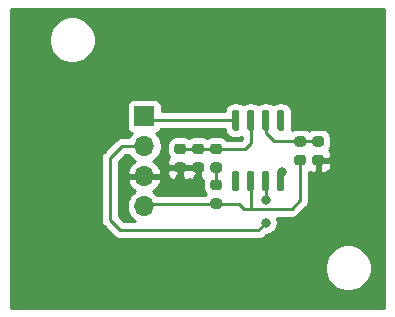
<source format=gbr>
%TF.GenerationSoftware,KiCad,Pcbnew,5.1.6-c6e7f7d~87~ubuntu18.04.1*%
%TF.CreationDate,2021-12-08T10:02:53-08:00*%
%TF.ProjectId,wien-bridge-oscillator,7769656e-2d62-4726-9964-67652d6f7363,rev?*%
%TF.SameCoordinates,Original*%
%TF.FileFunction,Copper,L1,Top*%
%TF.FilePolarity,Positive*%
%FSLAX46Y46*%
G04 Gerber Fmt 4.6, Leading zero omitted, Abs format (unit mm)*
G04 Created by KiCad (PCBNEW 5.1.6-c6e7f7d~87~ubuntu18.04.1) date 2021-12-08 10:02:53*
%MOMM*%
%LPD*%
G01*
G04 APERTURE LIST*
%TA.AperFunction,ComponentPad*%
%ADD10O,1.700000X1.700000*%
%TD*%
%TA.AperFunction,ComponentPad*%
%ADD11R,1.700000X1.700000*%
%TD*%
%TA.AperFunction,ViaPad*%
%ADD12C,0.800000*%
%TD*%
%TA.AperFunction,Conductor*%
%ADD13C,0.254000*%
%TD*%
G04 APERTURE END LIST*
%TO.P,U1,8*%
%TO.N,Net-(U1-Pad8)*%
%TA.AperFunction,SMDPad,CuDef*%
G36*
G01*
X166855000Y-98220000D02*
X167155000Y-98220000D01*
G75*
G02*
X167305000Y-98370000I0J-150000D01*
G01*
X167305000Y-99820000D01*
G75*
G02*
X167155000Y-99970000I-150000J0D01*
G01*
X166855000Y-99970000D01*
G75*
G02*
X166705000Y-99820000I0J150000D01*
G01*
X166705000Y-98370000D01*
G75*
G02*
X166855000Y-98220000I150000J0D01*
G01*
G37*
%TD.AperFunction*%
%TO.P,U1,7*%
%TO.N,+9V*%
%TA.AperFunction,SMDPad,CuDef*%
G36*
G01*
X165585000Y-98220000D02*
X165885000Y-98220000D01*
G75*
G02*
X166035000Y-98370000I0J-150000D01*
G01*
X166035000Y-99820000D01*
G75*
G02*
X165885000Y-99970000I-150000J0D01*
G01*
X165585000Y-99970000D01*
G75*
G02*
X165435000Y-99820000I0J150000D01*
G01*
X165435000Y-98370000D01*
G75*
G02*
X165585000Y-98220000I150000J0D01*
G01*
G37*
%TD.AperFunction*%
%TO.P,U1,6*%
%TO.N,/Vout*%
%TA.AperFunction,SMDPad,CuDef*%
G36*
G01*
X164315000Y-98220000D02*
X164615000Y-98220000D01*
G75*
G02*
X164765000Y-98370000I0J-150000D01*
G01*
X164765000Y-99820000D01*
G75*
G02*
X164615000Y-99970000I-150000J0D01*
G01*
X164315000Y-99970000D01*
G75*
G02*
X164165000Y-99820000I0J150000D01*
G01*
X164165000Y-98370000D01*
G75*
G02*
X164315000Y-98220000I150000J0D01*
G01*
G37*
%TD.AperFunction*%
%TO.P,U1,5*%
%TO.N,Net-(U1-Pad5)*%
%TA.AperFunction,SMDPad,CuDef*%
G36*
G01*
X163045000Y-98220000D02*
X163345000Y-98220000D01*
G75*
G02*
X163495000Y-98370000I0J-150000D01*
G01*
X163495000Y-99820000D01*
G75*
G02*
X163345000Y-99970000I-150000J0D01*
G01*
X163045000Y-99970000D01*
G75*
G02*
X162895000Y-99820000I0J150000D01*
G01*
X162895000Y-98370000D01*
G75*
G02*
X163045000Y-98220000I150000J0D01*
G01*
G37*
%TD.AperFunction*%
%TO.P,U1,4*%
%TO.N,-9V*%
%TA.AperFunction,SMDPad,CuDef*%
G36*
G01*
X163045000Y-93070000D02*
X163345000Y-93070000D01*
G75*
G02*
X163495000Y-93220000I0J-150000D01*
G01*
X163495000Y-94670000D01*
G75*
G02*
X163345000Y-94820000I-150000J0D01*
G01*
X163045000Y-94820000D01*
G75*
G02*
X162895000Y-94670000I0J150000D01*
G01*
X162895000Y-93220000D01*
G75*
G02*
X163045000Y-93070000I150000J0D01*
G01*
G37*
%TD.AperFunction*%
%TO.P,U1,3*%
%TO.N,Net-(C1-Pad1)*%
%TA.AperFunction,SMDPad,CuDef*%
G36*
G01*
X164315000Y-93070000D02*
X164615000Y-93070000D01*
G75*
G02*
X164765000Y-93220000I0J-150000D01*
G01*
X164765000Y-94670000D01*
G75*
G02*
X164615000Y-94820000I-150000J0D01*
G01*
X164315000Y-94820000D01*
G75*
G02*
X164165000Y-94670000I0J150000D01*
G01*
X164165000Y-93220000D01*
G75*
G02*
X164315000Y-93070000I150000J0D01*
G01*
G37*
%TD.AperFunction*%
%TO.P,U1,2*%
%TO.N,Net-(R1-Pad2)*%
%TA.AperFunction,SMDPad,CuDef*%
G36*
G01*
X165585000Y-93070000D02*
X165885000Y-93070000D01*
G75*
G02*
X166035000Y-93220000I0J-150000D01*
G01*
X166035000Y-94670000D01*
G75*
G02*
X165885000Y-94820000I-150000J0D01*
G01*
X165585000Y-94820000D01*
G75*
G02*
X165435000Y-94670000I0J150000D01*
G01*
X165435000Y-93220000D01*
G75*
G02*
X165585000Y-93070000I150000J0D01*
G01*
G37*
%TD.AperFunction*%
%TO.P,U1,1*%
%TO.N,Net-(U1-Pad1)*%
%TA.AperFunction,SMDPad,CuDef*%
G36*
G01*
X166855000Y-93070000D02*
X167155000Y-93070000D01*
G75*
G02*
X167305000Y-93220000I0J-150000D01*
G01*
X167305000Y-94670000D01*
G75*
G02*
X167155000Y-94820000I-150000J0D01*
G01*
X166855000Y-94820000D01*
G75*
G02*
X166705000Y-94670000I0J150000D01*
G01*
X166705000Y-93220000D01*
G75*
G02*
X166855000Y-93070000I150000J0D01*
G01*
G37*
%TD.AperFunction*%
%TD*%
%TO.P,R4,2*%
%TO.N,GND*%
%TA.AperFunction,SMDPad,CuDef*%
G36*
G01*
X159763750Y-97505000D02*
X160276250Y-97505000D01*
G75*
G02*
X160495000Y-97723750I0J-218750D01*
G01*
X160495000Y-98161250D01*
G75*
G02*
X160276250Y-98380000I-218750J0D01*
G01*
X159763750Y-98380000D01*
G75*
G02*
X159545000Y-98161250I0J218750D01*
G01*
X159545000Y-97723750D01*
G75*
G02*
X159763750Y-97505000I218750J0D01*
G01*
G37*
%TD.AperFunction*%
%TO.P,R4,1*%
%TO.N,Net-(C1-Pad1)*%
%TA.AperFunction,SMDPad,CuDef*%
G36*
G01*
X159763750Y-95930000D02*
X160276250Y-95930000D01*
G75*
G02*
X160495000Y-96148750I0J-218750D01*
G01*
X160495000Y-96586250D01*
G75*
G02*
X160276250Y-96805000I-218750J0D01*
G01*
X159763750Y-96805000D01*
G75*
G02*
X159545000Y-96586250I0J218750D01*
G01*
X159545000Y-96148750D01*
G75*
G02*
X159763750Y-95930000I218750J0D01*
G01*
G37*
%TD.AperFunction*%
%TD*%
%TO.P,R3,2*%
%TO.N,Net-(C1-Pad2)*%
%TA.AperFunction,SMDPad,CuDef*%
G36*
G01*
X161800250Y-99853000D02*
X161287750Y-99853000D01*
G75*
G02*
X161069000Y-99634250I0J218750D01*
G01*
X161069000Y-99196750D01*
G75*
G02*
X161287750Y-98978000I218750J0D01*
G01*
X161800250Y-98978000D01*
G75*
G02*
X162019000Y-99196750I0J-218750D01*
G01*
X162019000Y-99634250D01*
G75*
G02*
X161800250Y-99853000I-218750J0D01*
G01*
G37*
%TD.AperFunction*%
%TO.P,R3,1*%
%TO.N,/Vout*%
%TA.AperFunction,SMDPad,CuDef*%
G36*
G01*
X161800250Y-101428000D02*
X161287750Y-101428000D01*
G75*
G02*
X161069000Y-101209250I0J218750D01*
G01*
X161069000Y-100771750D01*
G75*
G02*
X161287750Y-100553000I218750J0D01*
G01*
X161800250Y-100553000D01*
G75*
G02*
X162019000Y-100771750I0J-218750D01*
G01*
X162019000Y-101209250D01*
G75*
G02*
X161800250Y-101428000I-218750J0D01*
G01*
G37*
%TD.AperFunction*%
%TD*%
%TO.P,R2,2*%
%TO.N,/Vout*%
%TA.AperFunction,SMDPad,CuDef*%
G36*
G01*
X168399750Y-96870000D02*
X168912250Y-96870000D01*
G75*
G02*
X169131000Y-97088750I0J-218750D01*
G01*
X169131000Y-97526250D01*
G75*
G02*
X168912250Y-97745000I-218750J0D01*
G01*
X168399750Y-97745000D01*
G75*
G02*
X168181000Y-97526250I0J218750D01*
G01*
X168181000Y-97088750D01*
G75*
G02*
X168399750Y-96870000I218750J0D01*
G01*
G37*
%TD.AperFunction*%
%TO.P,R2,1*%
%TO.N,Net-(R1-Pad2)*%
%TA.AperFunction,SMDPad,CuDef*%
G36*
G01*
X168399750Y-95295000D02*
X168912250Y-95295000D01*
G75*
G02*
X169131000Y-95513750I0J-218750D01*
G01*
X169131000Y-95951250D01*
G75*
G02*
X168912250Y-96170000I-218750J0D01*
G01*
X168399750Y-96170000D01*
G75*
G02*
X168181000Y-95951250I0J218750D01*
G01*
X168181000Y-95513750D01*
G75*
G02*
X168399750Y-95295000I218750J0D01*
G01*
G37*
%TD.AperFunction*%
%TD*%
%TO.P,C2,2*%
%TO.N,Net-(C1-Pad1)*%
%TA.AperFunction,SMDPad,CuDef*%
G36*
G01*
X158752250Y-96805000D02*
X158239750Y-96805000D01*
G75*
G02*
X158021000Y-96586250I0J218750D01*
G01*
X158021000Y-96148750D01*
G75*
G02*
X158239750Y-95930000I218750J0D01*
G01*
X158752250Y-95930000D01*
G75*
G02*
X158971000Y-96148750I0J-218750D01*
G01*
X158971000Y-96586250D01*
G75*
G02*
X158752250Y-96805000I-218750J0D01*
G01*
G37*
%TD.AperFunction*%
%TO.P,C2,1*%
%TO.N,GND*%
%TA.AperFunction,SMDPad,CuDef*%
G36*
G01*
X158752250Y-98380000D02*
X158239750Y-98380000D01*
G75*
G02*
X158021000Y-98161250I0J218750D01*
G01*
X158021000Y-97723750D01*
G75*
G02*
X158239750Y-97505000I218750J0D01*
G01*
X158752250Y-97505000D01*
G75*
G02*
X158971000Y-97723750I0J-218750D01*
G01*
X158971000Y-98161250D01*
G75*
G02*
X158752250Y-98380000I-218750J0D01*
G01*
G37*
%TD.AperFunction*%
%TD*%
%TO.P,C1,2*%
%TO.N,Net-(C1-Pad2)*%
%TA.AperFunction,SMDPad,CuDef*%
G36*
G01*
X161287750Y-97505000D02*
X161800250Y-97505000D01*
G75*
G02*
X162019000Y-97723750I0J-218750D01*
G01*
X162019000Y-98161250D01*
G75*
G02*
X161800250Y-98380000I-218750J0D01*
G01*
X161287750Y-98380000D01*
G75*
G02*
X161069000Y-98161250I0J218750D01*
G01*
X161069000Y-97723750D01*
G75*
G02*
X161287750Y-97505000I218750J0D01*
G01*
G37*
%TD.AperFunction*%
%TO.P,C1,1*%
%TO.N,Net-(C1-Pad1)*%
%TA.AperFunction,SMDPad,CuDef*%
G36*
G01*
X161287750Y-95930000D02*
X161800250Y-95930000D01*
G75*
G02*
X162019000Y-96148750I0J-218750D01*
G01*
X162019000Y-96586250D01*
G75*
G02*
X161800250Y-96805000I-218750J0D01*
G01*
X161287750Y-96805000D01*
G75*
G02*
X161069000Y-96586250I0J218750D01*
G01*
X161069000Y-96148750D01*
G75*
G02*
X161287750Y-95930000I218750J0D01*
G01*
G37*
%TD.AperFunction*%
%TD*%
%TO.P,R1,2*%
%TO.N,Net-(R1-Pad2)*%
%TA.AperFunction,SMDPad,CuDef*%
G36*
G01*
X170436250Y-96170000D02*
X169923750Y-96170000D01*
G75*
G02*
X169705000Y-95951250I0J218750D01*
G01*
X169705000Y-95513750D01*
G75*
G02*
X169923750Y-95295000I218750J0D01*
G01*
X170436250Y-95295000D01*
G75*
G02*
X170655000Y-95513750I0J-218750D01*
G01*
X170655000Y-95951250D01*
G75*
G02*
X170436250Y-96170000I-218750J0D01*
G01*
G37*
%TD.AperFunction*%
%TO.P,R1,1*%
%TO.N,GND*%
%TA.AperFunction,SMDPad,CuDef*%
G36*
G01*
X170436250Y-97745000D02*
X169923750Y-97745000D01*
G75*
G02*
X169705000Y-97526250I0J218750D01*
G01*
X169705000Y-97088750D01*
G75*
G02*
X169923750Y-96870000I218750J0D01*
G01*
X170436250Y-96870000D01*
G75*
G02*
X170655000Y-97088750I0J-218750D01*
G01*
X170655000Y-97526250D01*
G75*
G02*
X170436250Y-97745000I-218750J0D01*
G01*
G37*
%TD.AperFunction*%
%TD*%
D10*
%TO.P,J2,4*%
%TO.N,/Vout*%
X155448000Y-101219000D03*
%TO.P,J2,3*%
%TO.N,GND*%
X155448000Y-98679000D03*
%TO.P,J2,2*%
%TO.N,+9V*%
X155448000Y-96139000D03*
D11*
%TO.P,J2,1*%
%TO.N,-9V*%
X155448000Y-93599000D03*
%TD*%
D12*
%TO.N,GND*%
X158496000Y-98806000D03*
X160020000Y-98806000D03*
%TO.N,Net-(U1-Pad8)*%
X167132000Y-98298000D03*
%TO.N,+9V*%
X165735000Y-102616000D03*
X165735000Y-100711000D03*
%TD*%
D13*
%TO.N,GND*%
X170967500Y-97307500D02*
X171069000Y-97409000D01*
X170180000Y-97307500D02*
X170967500Y-97307500D01*
X158496000Y-97942500D02*
X158496000Y-98806000D01*
X160020000Y-97942500D02*
X160020000Y-98806000D01*
%TO.N,/Vout*%
X168656000Y-97307500D02*
X168656000Y-100711000D01*
X163444500Y-100990500D02*
X161544000Y-100990500D01*
X167928999Y-101438001D02*
X168656000Y-100711000D01*
X163892001Y-101438001D02*
X167928999Y-101438001D01*
X163444500Y-100990500D02*
X163892001Y-101438001D01*
X155676500Y-100990500D02*
X155448000Y-101219000D01*
X164557001Y-101438001D02*
X163892001Y-101438001D01*
X164465000Y-99095000D02*
X164465000Y-101346000D01*
X164465000Y-101346000D02*
X164557001Y-101438001D01*
X161544000Y-100990500D02*
X155676500Y-100990500D01*
%TO.N,Net-(C1-Pad2)*%
X161544000Y-97942500D02*
X161544000Y-99415500D01*
%TO.N,Net-(C1-Pad1)*%
X164465000Y-93945000D02*
X164465000Y-95885000D01*
X163982500Y-96367500D02*
X158496000Y-96367500D01*
X164465000Y-95885000D02*
X163982500Y-96367500D01*
%TO.N,-9V*%
X155794000Y-93945000D02*
X155448000Y-93599000D01*
X163195000Y-93945000D02*
X155794000Y-93945000D01*
%TO.N,+9V*%
X165735000Y-99095000D02*
X165735000Y-100711000D01*
X155448000Y-96139000D02*
X153543000Y-96139000D01*
X153543000Y-96139000D02*
X152527000Y-97155000D01*
X152527000Y-97155000D02*
X152527000Y-102362000D01*
X152527000Y-102362000D02*
X153416000Y-103251000D01*
X165100000Y-103251000D02*
X165735000Y-102616000D01*
X153416000Y-103251000D02*
X165100000Y-103251000D01*
%TO.N,Net-(R1-Pad2)*%
X170205500Y-95758000D02*
X170180000Y-95732500D01*
X170180000Y-95732500D02*
X168656000Y-95732500D01*
X165735000Y-93945000D02*
X165735000Y-94996000D01*
X166471500Y-95732500D02*
X168656000Y-95732500D01*
X165735000Y-94996000D02*
X166471500Y-95732500D01*
%TD*%
%TO.N,GND*%
G36*
X175743000Y-109830000D02*
G01*
X144170000Y-109830000D01*
X144170000Y-106230495D01*
X170735000Y-106230495D01*
X170735000Y-106621505D01*
X170811282Y-107005003D01*
X170960915Y-107366250D01*
X171178149Y-107691364D01*
X171454636Y-107967851D01*
X171779750Y-108185085D01*
X172140997Y-108334718D01*
X172524495Y-108411000D01*
X172915505Y-108411000D01*
X173299003Y-108334718D01*
X173660250Y-108185085D01*
X173985364Y-107967851D01*
X174261851Y-107691364D01*
X174479085Y-107366250D01*
X174628718Y-107005003D01*
X174705000Y-106621505D01*
X174705000Y-106230495D01*
X174628718Y-105846997D01*
X174479085Y-105485750D01*
X174261851Y-105160636D01*
X173985364Y-104884149D01*
X173660250Y-104666915D01*
X173299003Y-104517282D01*
X172915505Y-104441000D01*
X172524495Y-104441000D01*
X172140997Y-104517282D01*
X171779750Y-104666915D01*
X171454636Y-104884149D01*
X171178149Y-105160636D01*
X170960915Y-105485750D01*
X170811282Y-105846997D01*
X170735000Y-106230495D01*
X144170000Y-106230495D01*
X144170000Y-97155000D01*
X151761314Y-97155000D01*
X151765000Y-97192423D01*
X151765001Y-102324567D01*
X151761314Y-102362000D01*
X151776027Y-102511378D01*
X151819599Y-102655015D01*
X151890355Y-102787392D01*
X151961721Y-102874351D01*
X151985579Y-102903422D01*
X152014649Y-102927279D01*
X152850721Y-103763351D01*
X152874578Y-103792422D01*
X152903648Y-103816279D01*
X152990607Y-103887645D01*
X153061364Y-103925465D01*
X153122985Y-103958402D01*
X153266622Y-104001974D01*
X153378574Y-104013000D01*
X153378577Y-104013000D01*
X153416000Y-104016686D01*
X153453423Y-104013000D01*
X165062577Y-104013000D01*
X165100000Y-104016686D01*
X165137423Y-104013000D01*
X165137426Y-104013000D01*
X165249378Y-104001974D01*
X165393015Y-103958402D01*
X165525392Y-103887645D01*
X165641422Y-103792422D01*
X165665284Y-103763346D01*
X165777630Y-103651000D01*
X165836939Y-103651000D01*
X166036898Y-103611226D01*
X166225256Y-103533205D01*
X166394774Y-103419937D01*
X166538937Y-103275774D01*
X166652205Y-103106256D01*
X166730226Y-102917898D01*
X166770000Y-102717939D01*
X166770000Y-102514061D01*
X166730226Y-102314102D01*
X166682963Y-102200001D01*
X167891576Y-102200001D01*
X167928999Y-102203687D01*
X167966422Y-102200001D01*
X167966425Y-102200001D01*
X168078377Y-102188975D01*
X168222014Y-102145403D01*
X168354391Y-102074646D01*
X168470421Y-101979423D01*
X168494283Y-101950347D01*
X169168346Y-101276284D01*
X169197422Y-101252422D01*
X169257857Y-101178781D01*
X169292645Y-101136393D01*
X169363401Y-101004016D01*
X169363402Y-101004015D01*
X169406974Y-100860378D01*
X169418000Y-100748426D01*
X169418000Y-100748423D01*
X169421686Y-100711000D01*
X169418000Y-100673577D01*
X169418000Y-98311614D01*
X169460820Y-98334502D01*
X169580518Y-98370812D01*
X169705000Y-98383072D01*
X169894250Y-98380000D01*
X170053000Y-98221250D01*
X170053000Y-97434500D01*
X170307000Y-97434500D01*
X170307000Y-98221250D01*
X170465750Y-98380000D01*
X170655000Y-98383072D01*
X170779482Y-98370812D01*
X170899180Y-98334502D01*
X171009494Y-98275537D01*
X171106185Y-98196185D01*
X171185537Y-98099494D01*
X171244502Y-97989180D01*
X171280812Y-97869482D01*
X171293072Y-97745000D01*
X171290000Y-97593250D01*
X171131250Y-97434500D01*
X170307000Y-97434500D01*
X170053000Y-97434500D01*
X170033000Y-97434500D01*
X170033000Y-97180500D01*
X170053000Y-97180500D01*
X170053000Y-97160500D01*
X170307000Y-97160500D01*
X170307000Y-97180500D01*
X171131250Y-97180500D01*
X171290000Y-97021750D01*
X171293072Y-96870000D01*
X171280812Y-96745518D01*
X171244502Y-96625820D01*
X171185537Y-96515506D01*
X171130900Y-96448930D01*
X171148671Y-96427275D01*
X171227850Y-96279142D01*
X171276608Y-96118408D01*
X171293072Y-95951250D01*
X171293072Y-95513750D01*
X171276608Y-95346592D01*
X171227850Y-95185858D01*
X171148671Y-95037725D01*
X171042115Y-94907885D01*
X170912275Y-94801329D01*
X170764142Y-94722150D01*
X170603408Y-94673392D01*
X170436250Y-94656928D01*
X169923750Y-94656928D01*
X169756592Y-94673392D01*
X169595858Y-94722150D01*
X169447725Y-94801329D01*
X169418000Y-94825723D01*
X169388275Y-94801329D01*
X169240142Y-94722150D01*
X169079408Y-94673392D01*
X168912250Y-94656928D01*
X168399750Y-94656928D01*
X168232592Y-94673392D01*
X168071858Y-94722150D01*
X167930493Y-94797711D01*
X167943072Y-94670000D01*
X167943072Y-93220000D01*
X167927929Y-93066255D01*
X167883084Y-92918418D01*
X167810258Y-92782171D01*
X167712251Y-92662749D01*
X167592829Y-92564742D01*
X167456582Y-92491916D01*
X167308745Y-92447071D01*
X167155000Y-92431928D01*
X166855000Y-92431928D01*
X166701255Y-92447071D01*
X166553418Y-92491916D01*
X166417171Y-92564742D01*
X166370000Y-92603454D01*
X166322829Y-92564742D01*
X166186582Y-92491916D01*
X166038745Y-92447071D01*
X165885000Y-92431928D01*
X165585000Y-92431928D01*
X165431255Y-92447071D01*
X165283418Y-92491916D01*
X165147171Y-92564742D01*
X165100000Y-92603454D01*
X165052829Y-92564742D01*
X164916582Y-92491916D01*
X164768745Y-92447071D01*
X164615000Y-92431928D01*
X164315000Y-92431928D01*
X164161255Y-92447071D01*
X164013418Y-92491916D01*
X163877171Y-92564742D01*
X163830000Y-92603454D01*
X163782829Y-92564742D01*
X163646582Y-92491916D01*
X163498745Y-92447071D01*
X163345000Y-92431928D01*
X163045000Y-92431928D01*
X162891255Y-92447071D01*
X162743418Y-92491916D01*
X162607171Y-92564742D01*
X162487749Y-92662749D01*
X162389742Y-92782171D01*
X162316916Y-92918418D01*
X162272071Y-93066255D01*
X162260572Y-93183000D01*
X156936072Y-93183000D01*
X156936072Y-92749000D01*
X156923812Y-92624518D01*
X156887502Y-92504820D01*
X156828537Y-92394506D01*
X156749185Y-92297815D01*
X156652494Y-92218463D01*
X156542180Y-92159498D01*
X156422482Y-92123188D01*
X156298000Y-92110928D01*
X154598000Y-92110928D01*
X154473518Y-92123188D01*
X154353820Y-92159498D01*
X154243506Y-92218463D01*
X154146815Y-92297815D01*
X154067463Y-92394506D01*
X154008498Y-92504820D01*
X153972188Y-92624518D01*
X153959928Y-92749000D01*
X153959928Y-94449000D01*
X153972188Y-94573482D01*
X154008498Y-94693180D01*
X154067463Y-94803494D01*
X154146815Y-94900185D01*
X154243506Y-94979537D01*
X154353820Y-95038502D01*
X154426380Y-95060513D01*
X154294525Y-95192368D01*
X154171158Y-95377000D01*
X153580423Y-95377000D01*
X153543000Y-95373314D01*
X153505577Y-95377000D01*
X153505574Y-95377000D01*
X153393622Y-95388026D01*
X153249985Y-95431598D01*
X153200456Y-95458072D01*
X153117607Y-95502355D01*
X153034904Y-95570228D01*
X153001578Y-95597578D01*
X152977721Y-95626649D01*
X152014654Y-96589716D01*
X151985578Y-96613578D01*
X151938573Y-96670855D01*
X151890355Y-96729608D01*
X151852535Y-96800365D01*
X151819598Y-96861986D01*
X151776026Y-97005623D01*
X151769203Y-97074901D01*
X151761314Y-97155000D01*
X144170000Y-97155000D01*
X144170000Y-86926495D01*
X147367000Y-86926495D01*
X147367000Y-87317505D01*
X147443282Y-87701003D01*
X147592915Y-88062250D01*
X147810149Y-88387364D01*
X148086636Y-88663851D01*
X148411750Y-88881085D01*
X148772997Y-89030718D01*
X149156495Y-89107000D01*
X149547505Y-89107000D01*
X149931003Y-89030718D01*
X150292250Y-88881085D01*
X150617364Y-88663851D01*
X150893851Y-88387364D01*
X151111085Y-88062250D01*
X151260718Y-87701003D01*
X151337000Y-87317505D01*
X151337000Y-86926495D01*
X151260718Y-86542997D01*
X151111085Y-86181750D01*
X150893851Y-85856636D01*
X150617364Y-85580149D01*
X150292250Y-85362915D01*
X149931003Y-85213282D01*
X149547505Y-85137000D01*
X149156495Y-85137000D01*
X148772997Y-85213282D01*
X148411750Y-85362915D01*
X148086636Y-85580149D01*
X147810149Y-85856636D01*
X147592915Y-86181750D01*
X147443282Y-86542997D01*
X147367000Y-86926495D01*
X144170000Y-86926495D01*
X144170000Y-84480000D01*
X175743001Y-84480000D01*
X175743000Y-109830000D01*
G37*
X175743000Y-109830000D02*
X144170000Y-109830000D01*
X144170000Y-106230495D01*
X170735000Y-106230495D01*
X170735000Y-106621505D01*
X170811282Y-107005003D01*
X170960915Y-107366250D01*
X171178149Y-107691364D01*
X171454636Y-107967851D01*
X171779750Y-108185085D01*
X172140997Y-108334718D01*
X172524495Y-108411000D01*
X172915505Y-108411000D01*
X173299003Y-108334718D01*
X173660250Y-108185085D01*
X173985364Y-107967851D01*
X174261851Y-107691364D01*
X174479085Y-107366250D01*
X174628718Y-107005003D01*
X174705000Y-106621505D01*
X174705000Y-106230495D01*
X174628718Y-105846997D01*
X174479085Y-105485750D01*
X174261851Y-105160636D01*
X173985364Y-104884149D01*
X173660250Y-104666915D01*
X173299003Y-104517282D01*
X172915505Y-104441000D01*
X172524495Y-104441000D01*
X172140997Y-104517282D01*
X171779750Y-104666915D01*
X171454636Y-104884149D01*
X171178149Y-105160636D01*
X170960915Y-105485750D01*
X170811282Y-105846997D01*
X170735000Y-106230495D01*
X144170000Y-106230495D01*
X144170000Y-97155000D01*
X151761314Y-97155000D01*
X151765000Y-97192423D01*
X151765001Y-102324567D01*
X151761314Y-102362000D01*
X151776027Y-102511378D01*
X151819599Y-102655015D01*
X151890355Y-102787392D01*
X151961721Y-102874351D01*
X151985579Y-102903422D01*
X152014649Y-102927279D01*
X152850721Y-103763351D01*
X152874578Y-103792422D01*
X152903648Y-103816279D01*
X152990607Y-103887645D01*
X153061364Y-103925465D01*
X153122985Y-103958402D01*
X153266622Y-104001974D01*
X153378574Y-104013000D01*
X153378577Y-104013000D01*
X153416000Y-104016686D01*
X153453423Y-104013000D01*
X165062577Y-104013000D01*
X165100000Y-104016686D01*
X165137423Y-104013000D01*
X165137426Y-104013000D01*
X165249378Y-104001974D01*
X165393015Y-103958402D01*
X165525392Y-103887645D01*
X165641422Y-103792422D01*
X165665284Y-103763346D01*
X165777630Y-103651000D01*
X165836939Y-103651000D01*
X166036898Y-103611226D01*
X166225256Y-103533205D01*
X166394774Y-103419937D01*
X166538937Y-103275774D01*
X166652205Y-103106256D01*
X166730226Y-102917898D01*
X166770000Y-102717939D01*
X166770000Y-102514061D01*
X166730226Y-102314102D01*
X166682963Y-102200001D01*
X167891576Y-102200001D01*
X167928999Y-102203687D01*
X167966422Y-102200001D01*
X167966425Y-102200001D01*
X168078377Y-102188975D01*
X168222014Y-102145403D01*
X168354391Y-102074646D01*
X168470421Y-101979423D01*
X168494283Y-101950347D01*
X169168346Y-101276284D01*
X169197422Y-101252422D01*
X169257857Y-101178781D01*
X169292645Y-101136393D01*
X169363401Y-101004016D01*
X169363402Y-101004015D01*
X169406974Y-100860378D01*
X169418000Y-100748426D01*
X169418000Y-100748423D01*
X169421686Y-100711000D01*
X169418000Y-100673577D01*
X169418000Y-98311614D01*
X169460820Y-98334502D01*
X169580518Y-98370812D01*
X169705000Y-98383072D01*
X169894250Y-98380000D01*
X170053000Y-98221250D01*
X170053000Y-97434500D01*
X170307000Y-97434500D01*
X170307000Y-98221250D01*
X170465750Y-98380000D01*
X170655000Y-98383072D01*
X170779482Y-98370812D01*
X170899180Y-98334502D01*
X171009494Y-98275537D01*
X171106185Y-98196185D01*
X171185537Y-98099494D01*
X171244502Y-97989180D01*
X171280812Y-97869482D01*
X171293072Y-97745000D01*
X171290000Y-97593250D01*
X171131250Y-97434500D01*
X170307000Y-97434500D01*
X170053000Y-97434500D01*
X170033000Y-97434500D01*
X170033000Y-97180500D01*
X170053000Y-97180500D01*
X170053000Y-97160500D01*
X170307000Y-97160500D01*
X170307000Y-97180500D01*
X171131250Y-97180500D01*
X171290000Y-97021750D01*
X171293072Y-96870000D01*
X171280812Y-96745518D01*
X171244502Y-96625820D01*
X171185537Y-96515506D01*
X171130900Y-96448930D01*
X171148671Y-96427275D01*
X171227850Y-96279142D01*
X171276608Y-96118408D01*
X171293072Y-95951250D01*
X171293072Y-95513750D01*
X171276608Y-95346592D01*
X171227850Y-95185858D01*
X171148671Y-95037725D01*
X171042115Y-94907885D01*
X170912275Y-94801329D01*
X170764142Y-94722150D01*
X170603408Y-94673392D01*
X170436250Y-94656928D01*
X169923750Y-94656928D01*
X169756592Y-94673392D01*
X169595858Y-94722150D01*
X169447725Y-94801329D01*
X169418000Y-94825723D01*
X169388275Y-94801329D01*
X169240142Y-94722150D01*
X169079408Y-94673392D01*
X168912250Y-94656928D01*
X168399750Y-94656928D01*
X168232592Y-94673392D01*
X168071858Y-94722150D01*
X167930493Y-94797711D01*
X167943072Y-94670000D01*
X167943072Y-93220000D01*
X167927929Y-93066255D01*
X167883084Y-92918418D01*
X167810258Y-92782171D01*
X167712251Y-92662749D01*
X167592829Y-92564742D01*
X167456582Y-92491916D01*
X167308745Y-92447071D01*
X167155000Y-92431928D01*
X166855000Y-92431928D01*
X166701255Y-92447071D01*
X166553418Y-92491916D01*
X166417171Y-92564742D01*
X166370000Y-92603454D01*
X166322829Y-92564742D01*
X166186582Y-92491916D01*
X166038745Y-92447071D01*
X165885000Y-92431928D01*
X165585000Y-92431928D01*
X165431255Y-92447071D01*
X165283418Y-92491916D01*
X165147171Y-92564742D01*
X165100000Y-92603454D01*
X165052829Y-92564742D01*
X164916582Y-92491916D01*
X164768745Y-92447071D01*
X164615000Y-92431928D01*
X164315000Y-92431928D01*
X164161255Y-92447071D01*
X164013418Y-92491916D01*
X163877171Y-92564742D01*
X163830000Y-92603454D01*
X163782829Y-92564742D01*
X163646582Y-92491916D01*
X163498745Y-92447071D01*
X163345000Y-92431928D01*
X163045000Y-92431928D01*
X162891255Y-92447071D01*
X162743418Y-92491916D01*
X162607171Y-92564742D01*
X162487749Y-92662749D01*
X162389742Y-92782171D01*
X162316916Y-92918418D01*
X162272071Y-93066255D01*
X162260572Y-93183000D01*
X156936072Y-93183000D01*
X156936072Y-92749000D01*
X156923812Y-92624518D01*
X156887502Y-92504820D01*
X156828537Y-92394506D01*
X156749185Y-92297815D01*
X156652494Y-92218463D01*
X156542180Y-92159498D01*
X156422482Y-92123188D01*
X156298000Y-92110928D01*
X154598000Y-92110928D01*
X154473518Y-92123188D01*
X154353820Y-92159498D01*
X154243506Y-92218463D01*
X154146815Y-92297815D01*
X154067463Y-92394506D01*
X154008498Y-92504820D01*
X153972188Y-92624518D01*
X153959928Y-92749000D01*
X153959928Y-94449000D01*
X153972188Y-94573482D01*
X154008498Y-94693180D01*
X154067463Y-94803494D01*
X154146815Y-94900185D01*
X154243506Y-94979537D01*
X154353820Y-95038502D01*
X154426380Y-95060513D01*
X154294525Y-95192368D01*
X154171158Y-95377000D01*
X153580423Y-95377000D01*
X153543000Y-95373314D01*
X153505577Y-95377000D01*
X153505574Y-95377000D01*
X153393622Y-95388026D01*
X153249985Y-95431598D01*
X153200456Y-95458072D01*
X153117607Y-95502355D01*
X153034904Y-95570228D01*
X153001578Y-95597578D01*
X152977721Y-95626649D01*
X152014654Y-96589716D01*
X151985578Y-96613578D01*
X151938573Y-96670855D01*
X151890355Y-96729608D01*
X151852535Y-96800365D01*
X151819598Y-96861986D01*
X151776026Y-97005623D01*
X151769203Y-97074901D01*
X151761314Y-97155000D01*
X144170000Y-97155000D01*
X144170000Y-86926495D01*
X147367000Y-86926495D01*
X147367000Y-87317505D01*
X147443282Y-87701003D01*
X147592915Y-88062250D01*
X147810149Y-88387364D01*
X148086636Y-88663851D01*
X148411750Y-88881085D01*
X148772997Y-89030718D01*
X149156495Y-89107000D01*
X149547505Y-89107000D01*
X149931003Y-89030718D01*
X150292250Y-88881085D01*
X150617364Y-88663851D01*
X150893851Y-88387364D01*
X151111085Y-88062250D01*
X151260718Y-87701003D01*
X151337000Y-87317505D01*
X151337000Y-86926495D01*
X151260718Y-86542997D01*
X151111085Y-86181750D01*
X150893851Y-85856636D01*
X150617364Y-85580149D01*
X150292250Y-85362915D01*
X149931003Y-85213282D01*
X149547505Y-85137000D01*
X149156495Y-85137000D01*
X148772997Y-85213282D01*
X148411750Y-85362915D01*
X148086636Y-85580149D01*
X147810149Y-85856636D01*
X147592915Y-86181750D01*
X147443282Y-86542997D01*
X147367000Y-86926495D01*
X144170000Y-86926495D01*
X144170000Y-84480000D01*
X175743001Y-84480000D01*
X175743000Y-109830000D01*
G36*
X162272071Y-94823745D02*
G01*
X162316916Y-94971582D01*
X162389742Y-95107829D01*
X162487749Y-95227251D01*
X162607171Y-95325258D01*
X162743418Y-95398084D01*
X162891255Y-95442929D01*
X163045000Y-95458072D01*
X163345000Y-95458072D01*
X163498745Y-95442929D01*
X163646582Y-95398084D01*
X163703001Y-95367927D01*
X163703001Y-95569369D01*
X163666870Y-95605500D01*
X162457501Y-95605500D01*
X162406115Y-95542885D01*
X162276275Y-95436329D01*
X162128142Y-95357150D01*
X161967408Y-95308392D01*
X161800250Y-95291928D01*
X161287750Y-95291928D01*
X161120592Y-95308392D01*
X160959858Y-95357150D01*
X160811725Y-95436329D01*
X160782000Y-95460723D01*
X160752275Y-95436329D01*
X160604142Y-95357150D01*
X160443408Y-95308392D01*
X160276250Y-95291928D01*
X159763750Y-95291928D01*
X159596592Y-95308392D01*
X159435858Y-95357150D01*
X159287725Y-95436329D01*
X159258000Y-95460723D01*
X159228275Y-95436329D01*
X159080142Y-95357150D01*
X158919408Y-95308392D01*
X158752250Y-95291928D01*
X158239750Y-95291928D01*
X158072592Y-95308392D01*
X157911858Y-95357150D01*
X157763725Y-95436329D01*
X157633885Y-95542885D01*
X157527329Y-95672725D01*
X157448150Y-95820858D01*
X157399392Y-95981592D01*
X157382928Y-96148750D01*
X157382928Y-96586250D01*
X157399392Y-96753408D01*
X157448150Y-96914142D01*
X157527329Y-97062275D01*
X157545100Y-97083930D01*
X157490463Y-97150506D01*
X157431498Y-97260820D01*
X157395188Y-97380518D01*
X157382928Y-97505000D01*
X157386000Y-97656750D01*
X157544750Y-97815500D01*
X158369000Y-97815500D01*
X158369000Y-97795500D01*
X158623000Y-97795500D01*
X158623000Y-97815500D01*
X159893000Y-97815500D01*
X159893000Y-97795500D01*
X160147000Y-97795500D01*
X160147000Y-97815500D01*
X160167000Y-97815500D01*
X160167000Y-98069500D01*
X160147000Y-98069500D01*
X160147000Y-98856250D01*
X160305750Y-99015000D01*
X160451103Y-99017359D01*
X160447392Y-99029592D01*
X160430928Y-99196750D01*
X160430928Y-99634250D01*
X160447392Y-99801408D01*
X160496150Y-99962142D01*
X160575329Y-100110275D01*
X160651426Y-100203000D01*
X160630499Y-100228500D01*
X156557607Y-100228500D01*
X156394632Y-100065525D01*
X156212466Y-99943805D01*
X156329355Y-99874178D01*
X156545588Y-99679269D01*
X156719641Y-99445920D01*
X156844825Y-99183099D01*
X156889476Y-99035890D01*
X156768155Y-98806000D01*
X155575000Y-98806000D01*
X155575000Y-98826000D01*
X155321000Y-98826000D01*
X155321000Y-98806000D01*
X154127845Y-98806000D01*
X154006524Y-99035890D01*
X154051175Y-99183099D01*
X154176359Y-99445920D01*
X154350412Y-99679269D01*
X154566645Y-99874178D01*
X154683534Y-99943805D01*
X154501368Y-100065525D01*
X154294525Y-100272368D01*
X154132010Y-100515589D01*
X154020068Y-100785842D01*
X153963000Y-101072740D01*
X153963000Y-101365260D01*
X154020068Y-101652158D01*
X154132010Y-101922411D01*
X154294525Y-102165632D01*
X154501368Y-102372475D01*
X154675760Y-102489000D01*
X153731631Y-102489000D01*
X153289000Y-102046370D01*
X153289000Y-97470630D01*
X153858631Y-96901000D01*
X154171158Y-96901000D01*
X154294525Y-97085632D01*
X154501368Y-97292475D01*
X154683534Y-97414195D01*
X154566645Y-97483822D01*
X154350412Y-97678731D01*
X154176359Y-97912080D01*
X154051175Y-98174901D01*
X154006524Y-98322110D01*
X154127845Y-98552000D01*
X155321000Y-98552000D01*
X155321000Y-98532000D01*
X155575000Y-98532000D01*
X155575000Y-98552000D01*
X156768155Y-98552000D01*
X156858925Y-98380000D01*
X157382928Y-98380000D01*
X157395188Y-98504482D01*
X157431498Y-98624180D01*
X157490463Y-98734494D01*
X157569815Y-98831185D01*
X157666506Y-98910537D01*
X157776820Y-98969502D01*
X157896518Y-99005812D01*
X158021000Y-99018072D01*
X158210250Y-99015000D01*
X158369000Y-98856250D01*
X158369000Y-98069500D01*
X158623000Y-98069500D01*
X158623000Y-98856250D01*
X158781750Y-99015000D01*
X158971000Y-99018072D01*
X159095482Y-99005812D01*
X159215180Y-98969502D01*
X159258000Y-98946614D01*
X159300820Y-98969502D01*
X159420518Y-99005812D01*
X159545000Y-99018072D01*
X159734250Y-99015000D01*
X159893000Y-98856250D01*
X159893000Y-98069500D01*
X158623000Y-98069500D01*
X158369000Y-98069500D01*
X157544750Y-98069500D01*
X157386000Y-98228250D01*
X157382928Y-98380000D01*
X156858925Y-98380000D01*
X156889476Y-98322110D01*
X156844825Y-98174901D01*
X156719641Y-97912080D01*
X156545588Y-97678731D01*
X156329355Y-97483822D01*
X156212466Y-97414195D01*
X156394632Y-97292475D01*
X156601475Y-97085632D01*
X156763990Y-96842411D01*
X156875932Y-96572158D01*
X156933000Y-96285260D01*
X156933000Y-95992740D01*
X156875932Y-95705842D01*
X156763990Y-95435589D01*
X156601475Y-95192368D01*
X156469620Y-95060513D01*
X156542180Y-95038502D01*
X156652494Y-94979537D01*
X156749185Y-94900185D01*
X156828537Y-94803494D01*
X156880115Y-94707000D01*
X162260572Y-94707000D01*
X162272071Y-94823745D01*
G37*
X162272071Y-94823745D02*
X162316916Y-94971582D01*
X162389742Y-95107829D01*
X162487749Y-95227251D01*
X162607171Y-95325258D01*
X162743418Y-95398084D01*
X162891255Y-95442929D01*
X163045000Y-95458072D01*
X163345000Y-95458072D01*
X163498745Y-95442929D01*
X163646582Y-95398084D01*
X163703001Y-95367927D01*
X163703001Y-95569369D01*
X163666870Y-95605500D01*
X162457501Y-95605500D01*
X162406115Y-95542885D01*
X162276275Y-95436329D01*
X162128142Y-95357150D01*
X161967408Y-95308392D01*
X161800250Y-95291928D01*
X161287750Y-95291928D01*
X161120592Y-95308392D01*
X160959858Y-95357150D01*
X160811725Y-95436329D01*
X160782000Y-95460723D01*
X160752275Y-95436329D01*
X160604142Y-95357150D01*
X160443408Y-95308392D01*
X160276250Y-95291928D01*
X159763750Y-95291928D01*
X159596592Y-95308392D01*
X159435858Y-95357150D01*
X159287725Y-95436329D01*
X159258000Y-95460723D01*
X159228275Y-95436329D01*
X159080142Y-95357150D01*
X158919408Y-95308392D01*
X158752250Y-95291928D01*
X158239750Y-95291928D01*
X158072592Y-95308392D01*
X157911858Y-95357150D01*
X157763725Y-95436329D01*
X157633885Y-95542885D01*
X157527329Y-95672725D01*
X157448150Y-95820858D01*
X157399392Y-95981592D01*
X157382928Y-96148750D01*
X157382928Y-96586250D01*
X157399392Y-96753408D01*
X157448150Y-96914142D01*
X157527329Y-97062275D01*
X157545100Y-97083930D01*
X157490463Y-97150506D01*
X157431498Y-97260820D01*
X157395188Y-97380518D01*
X157382928Y-97505000D01*
X157386000Y-97656750D01*
X157544750Y-97815500D01*
X158369000Y-97815500D01*
X158369000Y-97795500D01*
X158623000Y-97795500D01*
X158623000Y-97815500D01*
X159893000Y-97815500D01*
X159893000Y-97795500D01*
X160147000Y-97795500D01*
X160147000Y-97815500D01*
X160167000Y-97815500D01*
X160167000Y-98069500D01*
X160147000Y-98069500D01*
X160147000Y-98856250D01*
X160305750Y-99015000D01*
X160451103Y-99017359D01*
X160447392Y-99029592D01*
X160430928Y-99196750D01*
X160430928Y-99634250D01*
X160447392Y-99801408D01*
X160496150Y-99962142D01*
X160575329Y-100110275D01*
X160651426Y-100203000D01*
X160630499Y-100228500D01*
X156557607Y-100228500D01*
X156394632Y-100065525D01*
X156212466Y-99943805D01*
X156329355Y-99874178D01*
X156545588Y-99679269D01*
X156719641Y-99445920D01*
X156844825Y-99183099D01*
X156889476Y-99035890D01*
X156768155Y-98806000D01*
X155575000Y-98806000D01*
X155575000Y-98826000D01*
X155321000Y-98826000D01*
X155321000Y-98806000D01*
X154127845Y-98806000D01*
X154006524Y-99035890D01*
X154051175Y-99183099D01*
X154176359Y-99445920D01*
X154350412Y-99679269D01*
X154566645Y-99874178D01*
X154683534Y-99943805D01*
X154501368Y-100065525D01*
X154294525Y-100272368D01*
X154132010Y-100515589D01*
X154020068Y-100785842D01*
X153963000Y-101072740D01*
X153963000Y-101365260D01*
X154020068Y-101652158D01*
X154132010Y-101922411D01*
X154294525Y-102165632D01*
X154501368Y-102372475D01*
X154675760Y-102489000D01*
X153731631Y-102489000D01*
X153289000Y-102046370D01*
X153289000Y-97470630D01*
X153858631Y-96901000D01*
X154171158Y-96901000D01*
X154294525Y-97085632D01*
X154501368Y-97292475D01*
X154683534Y-97414195D01*
X154566645Y-97483822D01*
X154350412Y-97678731D01*
X154176359Y-97912080D01*
X154051175Y-98174901D01*
X154006524Y-98322110D01*
X154127845Y-98552000D01*
X155321000Y-98552000D01*
X155321000Y-98532000D01*
X155575000Y-98532000D01*
X155575000Y-98552000D01*
X156768155Y-98552000D01*
X156858925Y-98380000D01*
X157382928Y-98380000D01*
X157395188Y-98504482D01*
X157431498Y-98624180D01*
X157490463Y-98734494D01*
X157569815Y-98831185D01*
X157666506Y-98910537D01*
X157776820Y-98969502D01*
X157896518Y-99005812D01*
X158021000Y-99018072D01*
X158210250Y-99015000D01*
X158369000Y-98856250D01*
X158369000Y-98069500D01*
X158623000Y-98069500D01*
X158623000Y-98856250D01*
X158781750Y-99015000D01*
X158971000Y-99018072D01*
X159095482Y-99005812D01*
X159215180Y-98969502D01*
X159258000Y-98946614D01*
X159300820Y-98969502D01*
X159420518Y-99005812D01*
X159545000Y-99018072D01*
X159734250Y-99015000D01*
X159893000Y-98856250D01*
X159893000Y-98069500D01*
X158623000Y-98069500D01*
X158369000Y-98069500D01*
X157544750Y-98069500D01*
X157386000Y-98228250D01*
X157382928Y-98380000D01*
X156858925Y-98380000D01*
X156889476Y-98322110D01*
X156844825Y-98174901D01*
X156719641Y-97912080D01*
X156545588Y-97678731D01*
X156329355Y-97483822D01*
X156212466Y-97414195D01*
X156394632Y-97292475D01*
X156601475Y-97085632D01*
X156763990Y-96842411D01*
X156875932Y-96572158D01*
X156933000Y-96285260D01*
X156933000Y-95992740D01*
X156875932Y-95705842D01*
X156763990Y-95435589D01*
X156601475Y-95192368D01*
X156469620Y-95060513D01*
X156542180Y-95038502D01*
X156652494Y-94979537D01*
X156749185Y-94900185D01*
X156828537Y-94803494D01*
X156880115Y-94707000D01*
X162260572Y-94707000D01*
X162272071Y-94823745D01*
%TD*%
M02*

</source>
